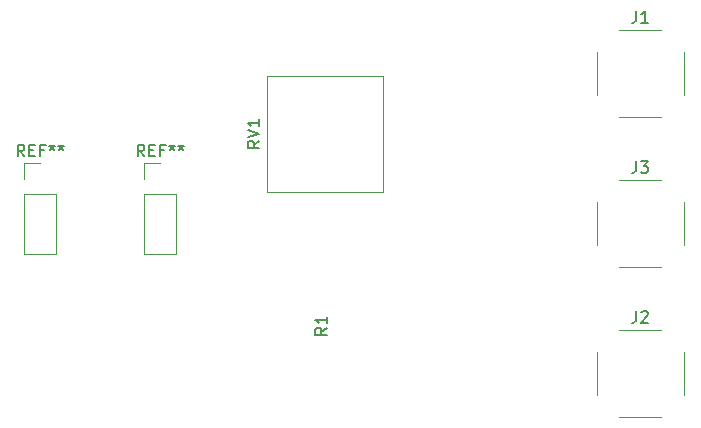
<source format=gbr>
%TF.GenerationSoftware,KiCad,Pcbnew,(5.1.9)-1*%
%TF.CreationDate,2022-04-08T15:27:02-04:00*%
%TF.ProjectId,OffsetPCB,4f666673-6574-4504-9342-2e6b69636164,rev?*%
%TF.SameCoordinates,Original*%
%TF.FileFunction,Legend,Top*%
%TF.FilePolarity,Positive*%
%FSLAX46Y46*%
G04 Gerber Fmt 4.6, Leading zero omitted, Abs format (unit mm)*
G04 Created by KiCad (PCBNEW (5.1.9)-1) date 2022-04-08 15:27:02*
%MOMM*%
%LPD*%
G01*
G04 APERTURE LIST*
%ADD10C,0.120000*%
%ADD11C,0.150000*%
G04 APERTURE END LIST*
D10*
%TO.C,REF\u002A\u002A*%
X116780000Y-85030000D02*
X118110000Y-85030000D01*
X116780000Y-86360000D02*
X116780000Y-85030000D01*
X116780000Y-87630000D02*
X119440000Y-87630000D01*
X119440000Y-87630000D02*
X119440000Y-92770000D01*
X116780000Y-87630000D02*
X116780000Y-92770000D01*
X116780000Y-92770000D02*
X119440000Y-92770000D01*
X126940000Y-85030000D02*
X128270000Y-85030000D01*
X126940000Y-86360000D02*
X126940000Y-85030000D01*
X126940000Y-87630000D02*
X129600000Y-87630000D01*
X129600000Y-87630000D02*
X129600000Y-92770000D01*
X126940000Y-87630000D02*
X126940000Y-92770000D01*
X126940000Y-92770000D02*
X129600000Y-92770000D01*
%TO.C,RV1*%
X137355000Y-77680000D02*
X147125000Y-77680000D01*
X137355000Y-87450000D02*
X147125000Y-87450000D01*
X147125000Y-87450000D02*
X147125000Y-77680000D01*
X137355000Y-87450000D02*
X137355000Y-77680000D01*
%TO.C,J3*%
X167110000Y-86490000D02*
X170710000Y-86490000D01*
X167110000Y-93850000D02*
X170710000Y-93850000D01*
X172590000Y-88370000D02*
X172590000Y-91970000D01*
X165230000Y-88370000D02*
X165230000Y-91970000D01*
%TO.C,J2*%
X167110000Y-99190000D02*
X170710000Y-99190000D01*
X167110000Y-106550000D02*
X170710000Y-106550000D01*
X172590000Y-101070000D02*
X172590000Y-104670000D01*
X165230000Y-101070000D02*
X165230000Y-104670000D01*
%TO.C,J1*%
X167110000Y-73790000D02*
X170710000Y-73790000D01*
X167110000Y-81150000D02*
X170710000Y-81150000D01*
X172590000Y-75670000D02*
X172590000Y-79270000D01*
X165230000Y-75670000D02*
X165230000Y-79270000D01*
%TO.C,REF\u002A\u002A*%
D11*
X116776666Y-84482380D02*
X116443333Y-84006190D01*
X116205238Y-84482380D02*
X116205238Y-83482380D01*
X116586190Y-83482380D01*
X116681428Y-83530000D01*
X116729047Y-83577619D01*
X116776666Y-83672857D01*
X116776666Y-83815714D01*
X116729047Y-83910952D01*
X116681428Y-83958571D01*
X116586190Y-84006190D01*
X116205238Y-84006190D01*
X117205238Y-83958571D02*
X117538571Y-83958571D01*
X117681428Y-84482380D02*
X117205238Y-84482380D01*
X117205238Y-83482380D01*
X117681428Y-83482380D01*
X118443333Y-83958571D02*
X118110000Y-83958571D01*
X118110000Y-84482380D02*
X118110000Y-83482380D01*
X118586190Y-83482380D01*
X119110000Y-83482380D02*
X119110000Y-83720476D01*
X118871904Y-83625238D02*
X119110000Y-83720476D01*
X119348095Y-83625238D01*
X118967142Y-83910952D02*
X119110000Y-83720476D01*
X119252857Y-83910952D01*
X119871904Y-83482380D02*
X119871904Y-83720476D01*
X119633809Y-83625238D02*
X119871904Y-83720476D01*
X120110000Y-83625238D01*
X119729047Y-83910952D02*
X119871904Y-83720476D01*
X120014761Y-83910952D01*
X126936666Y-84482380D02*
X126603333Y-84006190D01*
X126365238Y-84482380D02*
X126365238Y-83482380D01*
X126746190Y-83482380D01*
X126841428Y-83530000D01*
X126889047Y-83577619D01*
X126936666Y-83672857D01*
X126936666Y-83815714D01*
X126889047Y-83910952D01*
X126841428Y-83958571D01*
X126746190Y-84006190D01*
X126365238Y-84006190D01*
X127365238Y-83958571D02*
X127698571Y-83958571D01*
X127841428Y-84482380D02*
X127365238Y-84482380D01*
X127365238Y-83482380D01*
X127841428Y-83482380D01*
X128603333Y-83958571D02*
X128270000Y-83958571D01*
X128270000Y-84482380D02*
X128270000Y-83482380D01*
X128746190Y-83482380D01*
X129270000Y-83482380D02*
X129270000Y-83720476D01*
X129031904Y-83625238D02*
X129270000Y-83720476D01*
X129508095Y-83625238D01*
X129127142Y-83910952D02*
X129270000Y-83720476D01*
X129412857Y-83910952D01*
X130031904Y-83482380D02*
X130031904Y-83720476D01*
X129793809Y-83625238D02*
X130031904Y-83720476D01*
X130270000Y-83625238D01*
X129889047Y-83910952D02*
X130031904Y-83720476D01*
X130174761Y-83910952D01*
%TO.C,RV1*%
X136677380Y-83160238D02*
X136201190Y-83493571D01*
X136677380Y-83731666D02*
X135677380Y-83731666D01*
X135677380Y-83350714D01*
X135725000Y-83255476D01*
X135772619Y-83207857D01*
X135867857Y-83160238D01*
X136010714Y-83160238D01*
X136105952Y-83207857D01*
X136153571Y-83255476D01*
X136201190Y-83350714D01*
X136201190Y-83731666D01*
X135677380Y-82874523D02*
X136677380Y-82541190D01*
X135677380Y-82207857D01*
X136677380Y-81350714D02*
X136677380Y-81922142D01*
X136677380Y-81636428D02*
X135677380Y-81636428D01*
X135820238Y-81731666D01*
X135915476Y-81826904D01*
X135963095Y-81922142D01*
%TO.C,R1*%
X142402380Y-98986666D02*
X141926190Y-99320000D01*
X142402380Y-99558095D02*
X141402380Y-99558095D01*
X141402380Y-99177142D01*
X141450000Y-99081904D01*
X141497619Y-99034285D01*
X141592857Y-98986666D01*
X141735714Y-98986666D01*
X141830952Y-99034285D01*
X141878571Y-99081904D01*
X141926190Y-99177142D01*
X141926190Y-99558095D01*
X142402380Y-98034285D02*
X142402380Y-98605714D01*
X142402380Y-98320000D02*
X141402380Y-98320000D01*
X141545238Y-98415238D01*
X141640476Y-98510476D01*
X141688095Y-98605714D01*
%TO.C,J3*%
X168576666Y-84872380D02*
X168576666Y-85586666D01*
X168529047Y-85729523D01*
X168433809Y-85824761D01*
X168290952Y-85872380D01*
X168195714Y-85872380D01*
X168957619Y-84872380D02*
X169576666Y-84872380D01*
X169243333Y-85253333D01*
X169386190Y-85253333D01*
X169481428Y-85300952D01*
X169529047Y-85348571D01*
X169576666Y-85443809D01*
X169576666Y-85681904D01*
X169529047Y-85777142D01*
X169481428Y-85824761D01*
X169386190Y-85872380D01*
X169100476Y-85872380D01*
X169005238Y-85824761D01*
X168957619Y-85777142D01*
%TO.C,J2*%
X168576666Y-97572380D02*
X168576666Y-98286666D01*
X168529047Y-98429523D01*
X168433809Y-98524761D01*
X168290952Y-98572380D01*
X168195714Y-98572380D01*
X169005238Y-97667619D02*
X169052857Y-97620000D01*
X169148095Y-97572380D01*
X169386190Y-97572380D01*
X169481428Y-97620000D01*
X169529047Y-97667619D01*
X169576666Y-97762857D01*
X169576666Y-97858095D01*
X169529047Y-98000952D01*
X168957619Y-98572380D01*
X169576666Y-98572380D01*
%TO.C,J1*%
X168576666Y-72172380D02*
X168576666Y-72886666D01*
X168529047Y-73029523D01*
X168433809Y-73124761D01*
X168290952Y-73172380D01*
X168195714Y-73172380D01*
X169576666Y-73172380D02*
X169005238Y-73172380D01*
X169290952Y-73172380D02*
X169290952Y-72172380D01*
X169195714Y-72315238D01*
X169100476Y-72410476D01*
X169005238Y-72458095D01*
%TD*%
M02*

</source>
